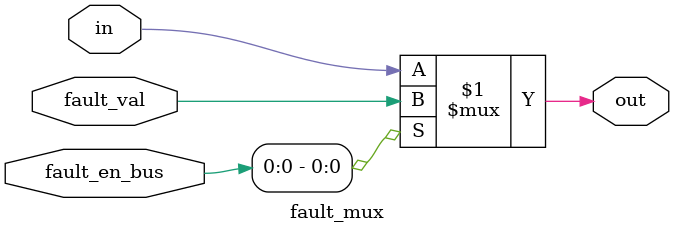
<source format=v>
module fault_mux #(
    parameter NG = 128,
    parameter GID = 0
)(
    input  wire in,
    input  wire [NG-1:0] fault_en_bus,
    input  wire fault_val,
    output wire out
);
    assign out = (fault_en_bus[GID]) ? fault_val : in;
endmodule

</source>
